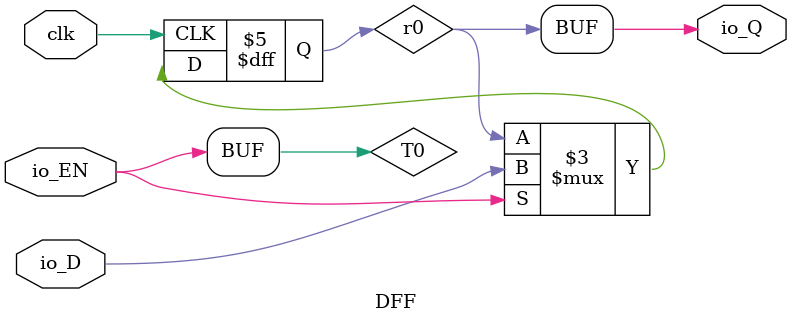
<source format=v>
module DFF(input clk,
    input  io_D,
    input  io_EN,
    output io_Q
);

  reg[0:0] r0;
  wire T0;

`ifndef SYNTHESIS
  integer initvar;
  initial begin
    #0.002;
    r0 = {1{$random}};
  end
`endif

  assign io_Q = r0;
  assign T0 = io_EN == 1'h1;

  always @(posedge clk) begin
    if(T0) begin
      r0 <= io_D;
    end
  end
endmodule


</source>
